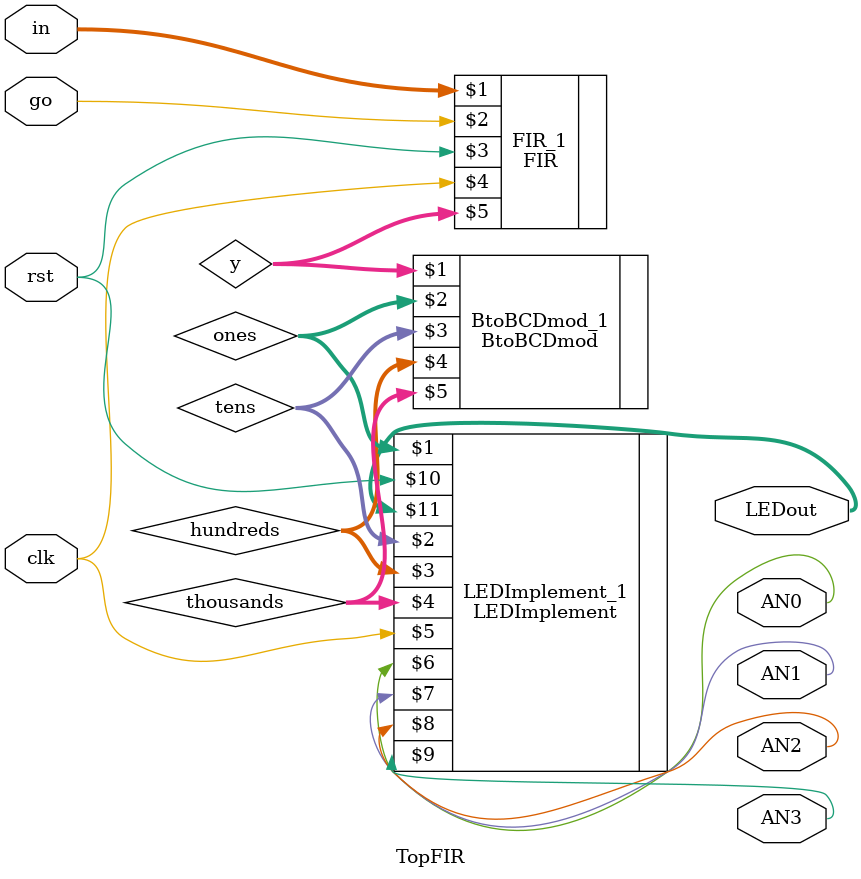
<source format=v>
`timescale 1ns / 1ps


module TopFIR(in,rst,go,clk,AN0,AN1,AN2,AN3,LEDout);

	input [7:0] in;
	input rst;
	input go;
	input clk;

	output [6:0]LEDout;
	output AN0,AN1,AN2,AN3;
	
	wire [15:0]y;
	wire [7:0] ones,tens,hundreds,thousands;
	
	wire AN0,AN1,AN2,AN3;
	wire [6:0] LEDout;

	FIR FIR_1(in,go,rst,clk,y);
	BtoBCDmod BtoBCDmod_1(y,ones,tens,hundreds,thousands);
	LEDImplement LEDImplement_1(ones,tens,hundreds,thousands,clk,AN0,AN1,AN2,AN3,rst,LEDout);
	
	
endmodule

</source>
